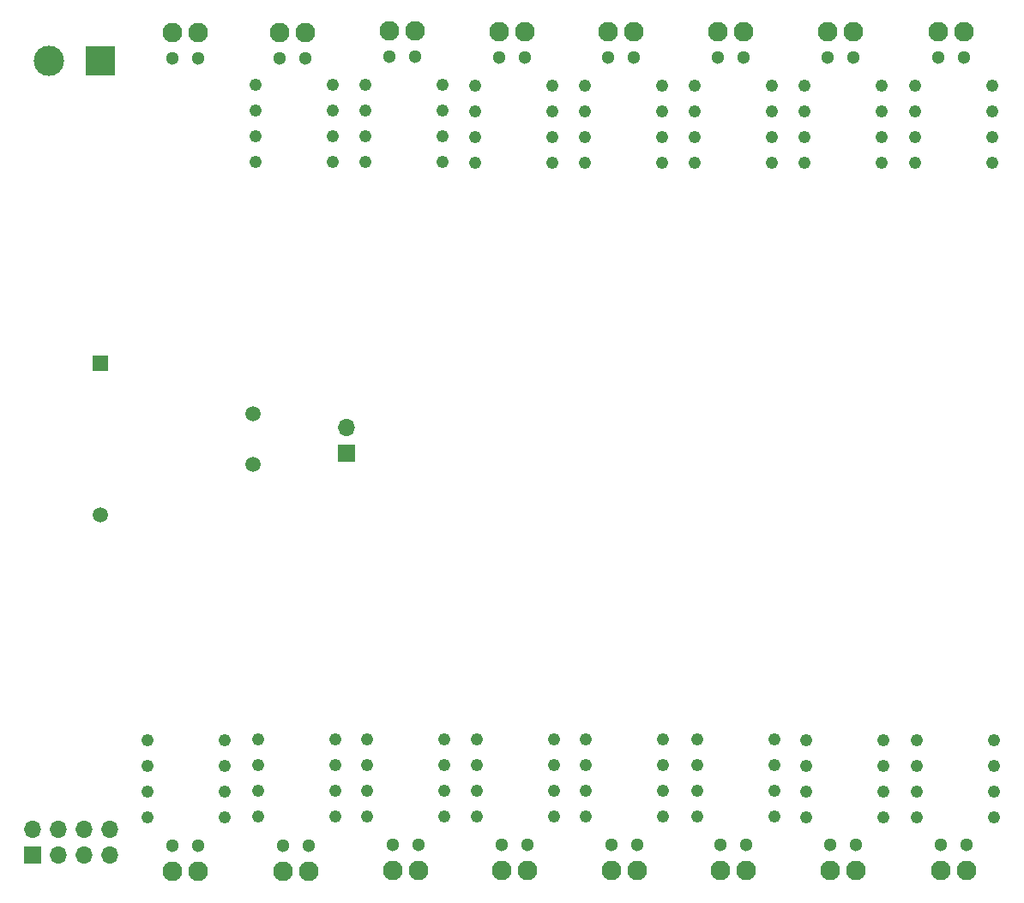
<source format=gbr>
%TF.GenerationSoftware,KiCad,Pcbnew,(6.0.0-0)*%
%TF.CreationDate,2023-01-03T08:47:46+01:00*%
%TF.ProjectId,epanel-energy-monitor,6570616e-656c-42d6-956e-657267792d6d,rev?*%
%TF.SameCoordinates,Original*%
%TF.FileFunction,Soldermask,Bot*%
%TF.FilePolarity,Negative*%
%FSLAX46Y46*%
G04 Gerber Fmt 4.6, Leading zero omitted, Abs format (unit mm)*
G04 Created by KiCad (PCBNEW (6.0.0-0)) date 2023-01-03 08:47:46*
%MOMM*%
%LPD*%
G01*
G04 APERTURE LIST*
%ADD10C,1.217000*%
%ADD11C,1.300000*%
%ADD12C,1.950000*%
%ADD13R,1.700000X1.700000*%
%ADD14O,1.700000X1.700000*%
%ADD15R,3.000000X3.000000*%
%ADD16C,3.000000*%
%ADD17R,1.500000X1.500000*%
%ADD18C,1.500000*%
G04 APERTURE END LIST*
D10*
%TO.C,S2*%
X137876000Y-40481400D03*
X137876000Y-43021400D03*
X137876000Y-45561400D03*
X137876000Y-48101400D03*
X145496000Y-40481400D03*
X145496000Y-43021400D03*
X145496000Y-45561400D03*
X145496000Y-48101400D03*
%TD*%
%TO.C,S11*%
X148863000Y-105181400D03*
X148863000Y-107721400D03*
X148863000Y-110261400D03*
X148863000Y-112801400D03*
X156483000Y-105181400D03*
X156483000Y-107721400D03*
X156483000Y-110261400D03*
X156483000Y-112801400D03*
%TD*%
D11*
%TO.C,J19*%
X194691000Y-115544600D03*
X197231000Y-115544600D03*
D12*
X197231000Y-118084600D03*
X194691000Y-118084600D03*
%TD*%
D11*
%TO.C,J5*%
X131978400Y-37797600D03*
X129438400Y-37797600D03*
D12*
X129438400Y-35257600D03*
X131978400Y-35257600D03*
%TD*%
D10*
%TO.C,S3*%
X148747200Y-40506800D03*
X148747200Y-43046800D03*
X148747200Y-45586800D03*
X148747200Y-48126800D03*
X156367200Y-40506800D03*
X156367200Y-43046800D03*
X156367200Y-45586800D03*
X156367200Y-48126800D03*
%TD*%
%TO.C,S5*%
X170388000Y-40506800D03*
X170388000Y-43046800D03*
X170388000Y-45586800D03*
X170388000Y-48126800D03*
X178008000Y-40506800D03*
X178008000Y-43046800D03*
X178008000Y-45586800D03*
X178008000Y-48126800D03*
%TD*%
D11*
%TO.C,J2*%
X118872000Y-37848400D03*
X121412000Y-37848400D03*
D12*
X118872000Y-35308400D03*
X121412000Y-35308400D03*
%TD*%
D11*
%TO.C,J13*%
X129794000Y-115629600D03*
X132334000Y-115629600D03*
D12*
X132334000Y-118169600D03*
X129794000Y-118169600D03*
%TD*%
D10*
%TO.C,S8*%
X116351000Y-105198000D03*
X116351000Y-107738000D03*
X116351000Y-110278000D03*
X116351000Y-112818000D03*
X123971000Y-105198000D03*
X123971000Y-107738000D03*
X123971000Y-110278000D03*
X123971000Y-112818000D03*
%TD*%
%TO.C,S4*%
X159567600Y-40506800D03*
X159567600Y-43046800D03*
X159567600Y-45586800D03*
X159567600Y-48126800D03*
X167187600Y-40506800D03*
X167187600Y-43046800D03*
X167187600Y-45586800D03*
X167187600Y-48126800D03*
%TD*%
%TO.C,S9*%
X127298400Y-105156000D03*
X127298400Y-107696000D03*
X127298400Y-110236000D03*
X127298400Y-112776000D03*
X134918400Y-105156000D03*
X134918400Y-107696000D03*
X134918400Y-110236000D03*
X134918400Y-112776000D03*
%TD*%
D11*
%TO.C,J11*%
X194462400Y-37769800D03*
X197002400Y-37769800D03*
D12*
X194462400Y-35229800D03*
X197002400Y-35229800D03*
%TD*%
D11*
%TO.C,J6*%
X140258800Y-37696000D03*
X142798800Y-37696000D03*
D12*
X140258800Y-35156000D03*
X142798800Y-35156000D03*
%TD*%
D11*
%TO.C,J17*%
X172974000Y-115544600D03*
X175514000Y-115544600D03*
D12*
X175514000Y-118084600D03*
X172974000Y-118084600D03*
%TD*%
D10*
%TO.C,S1*%
X127055600Y-40481400D03*
X127055600Y-43021400D03*
X127055600Y-45561400D03*
X127055600Y-48101400D03*
X134675600Y-40481400D03*
X134675600Y-43021400D03*
X134675600Y-45561400D03*
X134675600Y-48101400D03*
%TD*%
%TO.C,S14*%
X181400400Y-105257600D03*
X181400400Y-107797600D03*
X181400400Y-110337600D03*
X181400400Y-112877600D03*
X189020400Y-105257600D03*
X189020400Y-107797600D03*
X189020400Y-110337600D03*
X189020400Y-112877600D03*
%TD*%
D13*
%TO.C,J1*%
X105079800Y-116535200D03*
D14*
X105079800Y-113995200D03*
X107619800Y-116535200D03*
X107619800Y-113995200D03*
X110159800Y-116535200D03*
X110159800Y-113995200D03*
X112699800Y-116535200D03*
X112699800Y-113995200D03*
%TD*%
D10*
%TO.C,S12*%
X159658000Y-105156000D03*
X159658000Y-107696000D03*
X159658000Y-110236000D03*
X159658000Y-112776000D03*
X167278000Y-105156000D03*
X167278000Y-107696000D03*
X167278000Y-110236000D03*
X167278000Y-112776000D03*
%TD*%
%TO.C,S15*%
X192322400Y-105232200D03*
X192322400Y-107772200D03*
X192322400Y-110312200D03*
X192322400Y-112852200D03*
X199942400Y-105232200D03*
X199942400Y-107772200D03*
X199942400Y-110312200D03*
X199942400Y-112852200D03*
%TD*%
D11*
%TO.C,J7*%
X151079200Y-37769800D03*
X153619200Y-37769800D03*
D12*
X151079200Y-35229800D03*
X153619200Y-35229800D03*
%TD*%
D11*
%TO.C,J14*%
X140589000Y-115544600D03*
X143129000Y-115544600D03*
D12*
X143129000Y-118084600D03*
X140589000Y-118084600D03*
%TD*%
D13*
%TO.C,J3*%
X135987500Y-76835000D03*
D14*
X135987500Y-74295000D03*
%TD*%
D15*
%TO.C,J4*%
X111760000Y-38100000D03*
D16*
X106680000Y-38100000D03*
%TD*%
D11*
%TO.C,J15*%
X153924000Y-115544600D03*
X151384000Y-115544600D03*
D12*
X153924000Y-118084600D03*
X151384000Y-118084600D03*
%TD*%
D11*
%TO.C,J12*%
X121386600Y-115671600D03*
X118846600Y-115671600D03*
D12*
X121386600Y-118211600D03*
X118846600Y-118211600D03*
%TD*%
D11*
%TO.C,J16*%
X162179000Y-115544600D03*
X164719000Y-115544600D03*
D12*
X164719000Y-118084600D03*
X162179000Y-118084600D03*
%TD*%
D10*
%TO.C,S13*%
X170630800Y-105181400D03*
X170630800Y-107721400D03*
X170630800Y-110261400D03*
X170630800Y-112801400D03*
X178250800Y-105181400D03*
X178250800Y-107721400D03*
X178250800Y-110261400D03*
X178250800Y-112801400D03*
%TD*%
%TO.C,S7*%
X192155800Y-40557600D03*
X192155800Y-43097600D03*
X192155800Y-45637600D03*
X192155800Y-48177600D03*
X199775800Y-40557600D03*
X199775800Y-43097600D03*
X199775800Y-45637600D03*
X199775800Y-48177600D03*
%TD*%
%TO.C,S6*%
X181208400Y-40506800D03*
X181208400Y-43046800D03*
X181208400Y-45586800D03*
X181208400Y-48126800D03*
X188828400Y-40506800D03*
X188828400Y-43046800D03*
X188828400Y-45586800D03*
X188828400Y-48126800D03*
%TD*%
D11*
%TO.C,J18*%
X186309000Y-115544600D03*
X183769000Y-115544600D03*
D12*
X186309000Y-118084600D03*
X183769000Y-118084600D03*
%TD*%
D11*
%TO.C,J9*%
X175260000Y-37769800D03*
X172720000Y-37769800D03*
D12*
X172720000Y-35229800D03*
X175260000Y-35229800D03*
%TD*%
D11*
%TO.C,J8*%
X161848800Y-37769800D03*
X164388800Y-37769800D03*
D12*
X161848800Y-35229800D03*
X164388800Y-35229800D03*
%TD*%
D17*
%TO.C,T1*%
X111760000Y-67945000D03*
D18*
X111760000Y-82945000D03*
X126760000Y-72945000D03*
X126760000Y-77945000D03*
%TD*%
D10*
%TO.C,S10*%
X138068000Y-105156000D03*
X138068000Y-107696000D03*
X138068000Y-110236000D03*
X138068000Y-112776000D03*
X145688000Y-105156000D03*
X145688000Y-107696000D03*
X145688000Y-110236000D03*
X145688000Y-112776000D03*
%TD*%
D11*
%TO.C,J10*%
X186080400Y-37769800D03*
X183540400Y-37769800D03*
D12*
X183540400Y-35229800D03*
X186080400Y-35229800D03*
%TD*%
M02*

</source>
